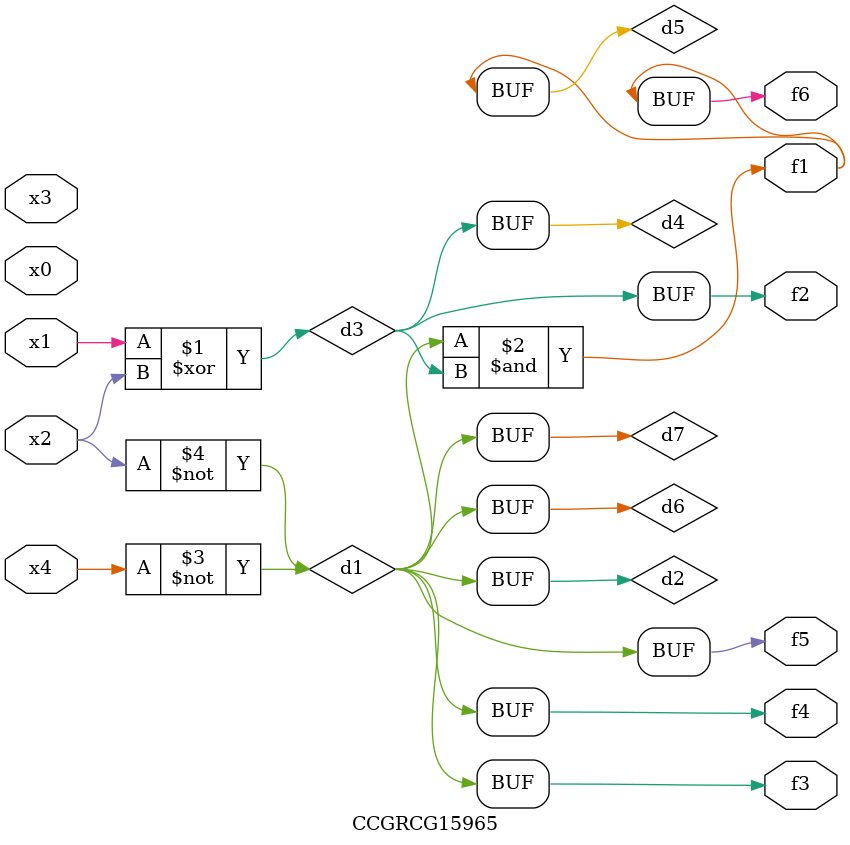
<source format=v>
module CCGRCG15965(
	input x0, x1, x2, x3, x4,
	output f1, f2, f3, f4, f5, f6
);

	wire d1, d2, d3, d4, d5, d6, d7;

	not (d1, x4);
	not (d2, x2);
	xor (d3, x1, x2);
	buf (d4, d3);
	and (d5, d1, d3);
	buf (d6, d1, d2);
	buf (d7, d2);
	assign f1 = d5;
	assign f2 = d4;
	assign f3 = d7;
	assign f4 = d7;
	assign f5 = d7;
	assign f6 = d5;
endmodule

</source>
